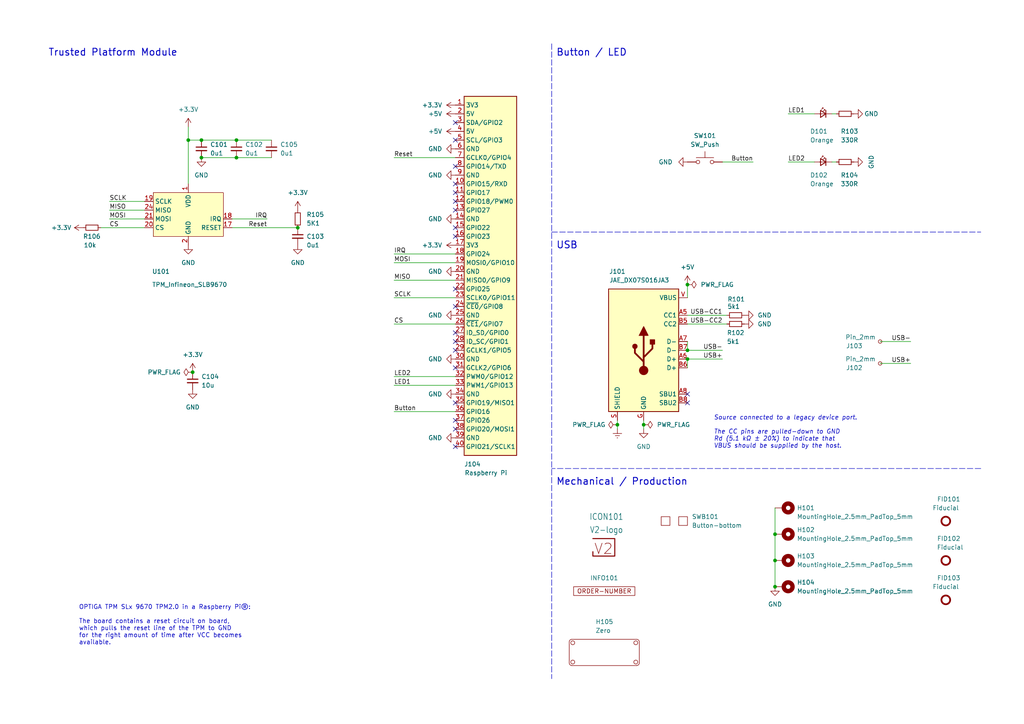
<source format=kicad_sch>
(kicad_sch (version 20231120) (generator "eeschema") (generator_version "8.0")
  (paper "A4")
  (title_block (title "Raspberry Pi Zero") (date "2023-12-25") (rev "2") (company "WebThing") (comment 1 "Trusted Platform Module"))
  (lib_symbols
    (symbol "Device:C_Small" (pin_numbers hide) (pin_names (offset 0.254) hide)
      (property "Reference" "C" (at 0.254 1.778 0))
      (property "Value" "C_Small" (at 0.254 -2.032 0))
      (symbol "C_Small_0_1"
        (polyline (pts (xy -1.524 -0.508) (xy 1.524 -0.508)) (stroke (width 0.3302)))
        (polyline (pts (xy -1.524 0.508) (xy 1.524 0.508)) (stroke (width 0.3048)))
      )
      (symbol "C_Small_1_1"
        (pin passive line (at 0 2.54 270) (length 2.032) (name "~") (number "1"))
        (pin passive line (at 0 -2.54 90) (length 2.032) (name "~") (number "2"))
      )
    )
    (symbol "Device:LED_Small" (pin_numbers hide) (pin_names (offset 0.254) hide)
      (property "Reference" "D" (at -1.27 3.175 0))
      (property "Value" "LED_Small" (at -4.445 -2.54 0))
      (symbol "LED_Small_0_1"
        (polyline (pts (xy -0.762 -1.016) (xy -0.762 1.016)) (stroke (width 0.254)))
        (polyline (pts (xy 1.016 0) (xy -0.762 0)))
        (polyline (pts (xy 0.762 -1.016) (xy -0.762 0) (xy 0.762 1.016) (xy 0.762 -1.016)) (stroke (width 0.254)))
        (polyline (pts (xy 0 0.762) (xy -0.508 1.27) (xy -0.254 1.27) (xy -0.508 1.27) (xy -0.508 1.016)))
        (polyline (pts (xy 0.508 1.27) (xy 0 1.778) (xy 0.254 1.778) (xy 0 1.778) (xy 0 1.524)))
      )
      (symbol "LED_Small_1_1"
        (pin passive line (at -2.54 0 0) (length 1.778) (name "K") (number "1"))
        (pin passive line (at 2.54 0 180) (length 1.778) (name "A") (number "2"))
      )
    )
    (symbol "Device:R_Small" (pin_numbers hide) (pin_names (offset 0.254) hide)
      (property "Reference" "R" (at 0.762 0.508 0))
      (property "Value" "R_Small" (at 0.762 -1.016 0))
      (symbol "R_Small_0_1"
        (rectangle (start -0.762 1.778) (end 0.762 -1.778) (stroke (width 0.2032)))
      )
      (symbol "R_Small_1_1"
        (pin passive line (at 0 2.54 270) (length 0.762) (name "~") (number "1"))
        (pin passive line (at 0 -2.54 90) (length 0.762) (name "~") (number "2"))
      )
    )
    (symbol "Switch:SW_Push" (pin_numbers hide) (pin_names (offset 1.016) hide)
      (property "Reference" "SW" (at 1.27 2.54 0))
      (property "Value" "SW_Push" (at 0 -1.524 0))
      (symbol "SW_Push_0_1"
        (circle (center -2.032 0) (radius 0.508))
        (polyline (pts (xy 0 1.27) (xy 0 3.048)))
        (polyline (pts (xy 2.54 1.27) (xy -2.54 1.27)))
        (circle (center 2.032 0) (radius 0.508))
        (pin passive line (at -5.08 0 0) (length 2.54) (name "1") (number "1"))
        (pin passive line (at 5.08 0 180) (length 2.54) (name "2") (number "2"))
      )
    )
    (symbol "V2_Artwork:V2-logo" (in_bom no)
      (property "Reference" "ICON" (at -3.302 3.81 0))
      (symbol "V2-logo_1_0"
        (polyline (pts (xy -3.302 2.54) (xy 3.048 2.54) (xy 3.048 -2.54) (xy -3.302 -2.54) (xy -3.302 -1.27)) (stroke (width 0.3)))
        (text "V2" (at -0.2055 -0.4053 0) (effects (font (size 3 3))))
      )
    )
    (symbol "V2_Connector_PogoPin:Pin_2mm" (pin_numbers hide) (pin_names (offset 0.762) hide)
      (property "Reference" "J" (at 0 3.81 0))
      (property "Value" "Pin_2mm" (at 0 2.032 0))
      (symbol "Pin_2mm_0_1"
        (circle (center 0 0) (radius 0.508))
      )
      (symbol "Pin_2mm_1_1"
        (pin passive line (at 0 0 90) (length 0) (name "1") (number "1"))
      )
    )
    (symbol "V2_Connector_USB:JAE_DX07S016JA3"
      (property "Reference" "J" (at -10.16 22.86 0))
      (property "Value" "USB-C_2.0" (at -10.16 20.5 0))
      (symbol "JAE_DX07S016JA3_0_1"
        (rectangle (start -10.16 17.78) (end 10.16 -17.78) (stroke (width 0.254)) (fill (type background)))
        (circle (center -2.54 1.143) (radius 0.635) (stroke (width 0.254)) (fill (type outline)))
        (circle (center 0 -5.842) (radius 1.27) (fill (type outline)))
        (polyline (pts (xy 0 -5.842) (xy 0 4.318)) (stroke (width 0.508)))
        (polyline (pts (xy 0 -3.302) (xy -2.54 -0.762) (xy -2.54 0.508)) (stroke (width 0.508)))
        (polyline (pts (xy 0 -2.032) (xy 2.54 0.508) (xy 2.54 1.778)) (stroke (width 0.508)))
        (polyline (pts (xy -1.27 4.318) (xy 0 6.858) (xy 1.27 4.318) (xy -1.27 4.318)) (stroke (width 0.254)) (fill (type outline)))
        (rectangle (start 1.905 1.778) (end 3.175 3.048) (stroke (width 0.254)) (fill (type outline)))
      )
      (symbol "JAE_DX07S016JA3_1_1"
        (pin bidirectional line (at 12.7 10.16 180) (length 2.54) (name "CC1") (number "A5"))
        (pin bidirectional line (at 12.7 -2.54 180) (length 2.54) (name "D+") (number "A6"))
        (pin bidirectional line (at 12.7 2.54 180) (length 2.54) (name "D-") (number "A7"))
        (pin bidirectional line (at 12.7 -12.7 180) (length 2.54) (name "SBU1") (number "A8"))
        (pin bidirectional line (at 12.7 7.62 180) (length 2.54) (name "CC2") (number "B5"))
        (pin bidirectional line (at 12.7 -5.08 180) (length 2.54) (name "D+") (number "B6"))
        (pin bidirectional line (at 12.7 0 180) (length 2.54) (name "D-") (number "B7"))
        (pin bidirectional line (at 12.7 -15.24 180) (length 2.54) (name "SBU2") (number "B8"))
        (pin passive line (at 0 -20.32 90) (length 2.54) (name "GND") (number "G"))
        (pin passive line (at -7.62 -20.32 90) (length 2.54) (name "SHIELD") (number "S"))
        (pin passive line (at 12.7 15.24 180) (length 2.54) (name "VBUS") (number "V"))
      )
    )
    (symbol "V2_Mechanical:Fiducial_Paste" (in_bom no)
      (property "Reference" "FID" (at 0 5.08 0))
      (property "Value" "Fiducial_Paste" (at 0 3.175 0))
      (symbol "Fiducial_Paste_0_1"
        (circle (center 0 0) (radius 1.27) (stroke (width 0.508)))
      )
    )
    (symbol "V2_Mechanical:MountingHole_2.5mm_PadTop_5mm" (pin_numbers hide) (pin_names (offset 1.016) hide) (in_bom no)
      (property "Reference" "H" (at 0 6.35 0))
      (property "Value" "MountingHole_2.5mm_PadTop_5mm" (at 0 4.445 0))
      (symbol "MountingHole_2.5mm_PadTop_5mm_0_1"
        (circle (center 0 1.27) (radius 1.27) (stroke (width 1.27)))
      )
      (symbol "MountingHole_2.5mm_PadTop_5mm_1_1"
        (pin input line (at 0 -2.54 90) (length 2.54) (name "1") (number "1"))
      )
    )
    (symbol "V2_PCB_Devices:Button-bottom" (in_bom no)
      (property "Reference" "SWB1" (at -2.54 3.81 0))
      (property "Value" "Button-bottom" (at -6.35 -3.81 0))
      (symbol "Button-bottom_0_1"
        (rectangle (start -3.81 1.27) (end -1.27 -1.27))
        (rectangle (start 1.27 1.27) (end 3.81 -1.27))
      )
    )
    (symbol "V2_Production:Order_Number" (in_bom no)
      (property "Reference" "INFO" (at 0 2.54 0))
      (symbol "Order_Number_0_0"
        (text "ORDER-NUMBER" (at 0 0 0) (effects (font (size 1.27 1.27))))
      )
      (symbol "Order_Number_0_1"
        (rectangle (start -8.89 1.27) (end 8.89 -1.27))
      )
    )
    (symbol "V2_RaspberryPi:Connector_PogoPins"
      (property "Reference" "J" (at -6.35 -55.88 0))
      (symbol "Connector_PogoPins_1_1"
        (rectangle (start -7.62 50.8) (end 7.62 -53.34) (stroke (width 0.254)) (fill (type background)))
        (pin power_in line (at -10.16 48.26 0) (length 2.54) (name "3V3") (number "1"))
        (pin bidirectional line (at -10.16 25.4 0) (length 2.54) (name "GPIO15/RXD") (number "10"))
        (pin bidirectional line (at -10.16 22.86 0) (length 2.54) (name "GPIO17") (number "11"))
        (pin bidirectional line (at -10.16 20.32 0) (length 2.54) (name "GPIO18/PWM0") (number "12"))
        (pin bidirectional line (at -10.16 17.78 0) (length 2.54) (name "GPIO27") (number "13"))
        (pin power_in line (at -10.16 15.24 0) (length 2.54) (name "GND") (number "14"))
        (pin bidirectional line (at -10.16 12.7 0) (length 2.54) (name "GPIO22") (number "15"))
        (pin bidirectional line (at -10.16 10.16 0) (length 2.54) (name "GPIO23") (number "16"))
        (pin power_in line (at -10.16 7.62 0) (length 2.54) (name "3V3") (number "17"))
        (pin bidirectional line (at -10.16 5.08 0) (length 2.54) (name "GPIO24") (number "18"))
        (pin bidirectional line (at -10.16 2.54 0) (length 2.54) (name "MOSI0/GPIO10") (number "19"))
        (pin power_in line (at -10.16 45.72 0) (length 2.54) (name "5V") (number "2"))
        (pin power_in line (at -10.16 0 0) (length 2.54) (name "GND") (number "20"))
        (pin bidirectional line (at -10.16 -2.54 0) (length 2.54) (name "MISO0/GPIO9") (number "21"))
        (pin bidirectional line (at -10.16 -5.08 0) (length 2.54) (name "GPIO25") (number "22"))
        (pin bidirectional line (at -10.16 -7.62 0) (length 2.54) (name "SCLK0/GPIO11") (number "23"))
        (pin bidirectional line (at -10.16 -10.16 0) (length 2.54) (name "~{CE0}/GPIO8") (number "24"))
        (pin power_in line (at -10.16 -12.7 0) (length 2.54) (name "GND") (number "25"))
        (pin bidirectional line (at -10.16 -15.24 0) (length 2.54) (name "~{CE1}/GPIO7") (number "26"))
        (pin bidirectional line (at -10.16 -17.78 0) (length 2.54) (name "ID_SD/GPIO0") (number "27"))
        (pin bidirectional line (at -10.16 -20.32 0) (length 2.54) (name "ID_SC/GPIO1") (number "28"))
        (pin bidirectional line (at -10.16 -22.86 0) (length 2.54) (name "GCLK1/GPIO5") (number "29"))
        (pin bidirectional line (at -10.16 43.18 0) (length 2.54) (name "SDA/GPIO2") (number "3"))
        (pin power_in line (at -10.16 -25.4 0) (length 2.54) (name "GND") (number "30"))
        (pin bidirectional line (at -10.16 -27.94 0) (length 2.54) (name "GCLK2/GPIO6") (number "31"))
        (pin bidirectional line (at -10.16 -30.48 0) (length 2.54) (name "PWM0/GPIO12") (number "32"))
        (pin bidirectional line (at -10.16 -33.02 0) (length 2.54) (name "PWM1/GPIO13") (number "33"))
        (pin power_in line (at -10.16 -35.56 0) (length 2.54) (name "GND") (number "34"))
        (pin bidirectional line (at -10.16 -38.1 0) (length 2.54) (name "GPIO19/MISO1") (number "35"))
        (pin bidirectional line (at -10.16 -40.64 0) (length 2.54) (name "GPIO16") (number "36"))
        (pin bidirectional line (at -10.16 -43.18 0) (length 2.54) (name "GPIO26") (number "37"))
        (pin bidirectional line (at -10.16 -45.72 0) (length 2.54) (name "GPIO20/MOSI1") (number "38"))
        (pin power_in line (at -10.16 -48.26 0) (length 2.54) (name "GND") (number "39"))
        (pin power_in line (at -10.16 40.64 0) (length 2.54) (name "5V") (number "4"))
        (pin bidirectional line (at -10.16 -50.8 0) (length 2.54) (name "GPIO21/SCLK1") (number "40"))
        (pin bidirectional line (at -10.16 38.1 0) (length 2.54) (name "SCL/GPIO3") (number "5"))
        (pin power_in line (at -10.16 35.56 0) (length 2.54) (name "GND") (number "6"))
        (pin bidirectional line (at -10.16 33.02 0) (length 2.54) (name "GCLK0/GPIO4") (number "7"))
        (pin bidirectional line (at -10.16 30.48 0) (length 2.54) (name "GPIO14/TXD") (number "8"))
        (pin power_in line (at -10.16 27.94 0) (length 2.54) (name "GND") (number "9"))
      )
    )
    (symbol "V2_RaspberryPi:Zero" (in_bom no)
      (property "Reference" "H" (at -9.906 6.3501 0))
      (property "Value" "Zero" (at -10.16 -4.5719 0))
      (symbol "Zero_0_1"
        (arc (start -10.16 -1.778) (mid -9.9368 -2.3168) (end -9.398 -2.54))
        (arc (start -9.398 5.08) (mid -9.9368 4.8568) (end -10.16 4.318))
        (circle (center -9.144 -1.524) (radius 0.568))
        (circle (center -9.144 4.064) (radius 0.568))
        (polyline (pts (xy -10.16 4.318) (xy -10.16 -1.778)))
        (polyline (pts (xy -9.398 -2.54) (xy 9.398 -2.54)))
        (polyline (pts (xy -9.398 5.08) (xy 9.398 5.08)))
        (polyline (pts (xy 10.16 4.318) (xy 10.16 -1.778)))
        (circle (center 9.144 -1.524) (radius 0.568))
        (circle (center 9.144 4.064) (radius 0.568))
        (arc (start 9.398 -2.54) (mid 9.9323 -2.3123) (end 10.16 -1.778))
        (arc (start 10.16 4.318) (mid 9.9359 4.8559) (end 9.398 5.08))
      )
    )
    (symbol "V2_Security:TPM_Infineon_SLB9670"
      (property "Reference" "U" (at 3.7592 -9.1948 0))
      (property "Value" "TPM_Infineon_SLB9670" (at 13.8684 -11.2268 0))
      (symbol "TPM_Infineon_SLB9670_0_1"
        (rectangle (start -10.16 5.08) (end 10.16 -7.62) (fill (type background)))
      )
      (symbol "TPM_Infineon_SLB9670_1_1"
        (pin power_in line (at 0 7.62 270) (length 2.54) (name "VDD") (number "1"))
        (pin no_connect line (at 0 -48.26 180) (length 2.54) hide (name "") (number "10"))
        (pin no_connect line (at 0 -50.8 180) (length 2.54) hide (name "") (number "11"))
        (pin no_connect line (at 0 -53.34 180) (length 2.54) hide (name "") (number "12"))
        (pin no_connect line (at 0 -55.88 180) (length 2.54) hide (name "") (number "13"))
        (pin passive line (at 0 7.62 270) (length 2.54) hide (name "VDD") (number "14"))
        (pin no_connect line (at 0 -58.42 180) (length 2.54) hide (name "") (number "15"))
        (pin passive line (at 0 -10.16 90) (length 2.54) hide (name "GND") (number "16"))
        (pin bidirectional line (at 12.7 -5.08 180) (length 2.54) (name "RESET") (number "17"))
        (pin bidirectional line (at 12.7 -2.54 180) (length 2.54) (name "IRQ") (number "18"))
        (pin bidirectional line (at -12.7 2.54 0) (length 2.54) (name "SCLK") (number "19"))
        (pin power_in line (at 0 -10.16 90) (length 2.54) (name "GND") (number "2"))
        (pin bidirectional line (at -12.7 -5.08 0) (length 2.54) (name "CS") (number "20"))
        (pin bidirectional line (at -12.7 -2.54 0) (length 2.54) (name "MOSI") (number "21"))
        (pin passive line (at 0 7.62 270) (length 2.54) hide (name "VDD") (number "22"))
        (pin passive line (at 0 -10.16 90) (length 2.54) hide (name "GND") (number "23"))
        (pin bidirectional line (at -12.7 0 0) (length 2.54) (name "MISO") (number "24"))
        (pin no_connect line (at 0 -60.96 180) (length 2.54) hide (name "") (number "25"))
        (pin no_connect line (at 0 -63.5 180) (length 2.54) hide (name "") (number "26"))
        (pin no_connect line (at 0 -66.04 180) (length 2.54) hide (name "") (number "27"))
        (pin no_connect line (at 0 -68.58 180) (length 2.54) hide (name "") (number "28"))
        (pin no_connect line (at 0 -71.12 180) (length 2.54) hide (name "") (number "29"))
        (pin no_connect line (at 0 -35.56 180) (length 2.54) hide (name "") (number "3"))
        (pin no_connect line (at 0 -73.66 180) (length 2.54) hide (name "") (number "30"))
        (pin no_connect line (at 0 -76.2 180) (length 2.54) hide (name "") (number "31"))
        (pin passive line (at 0 -10.16 90) (length 2.54) hide (name "GND") (number "32"))
        (pin passive line (at 0 -10.16 90) (length 2.54) hide (name "GND") (number "33"))
        (pin no_connect line (at 0 -38.1 180) (length 2.54) hide (name "") (number "4"))
        (pin no_connect line (at 0 -40.64 180) (length 2.54) hide (name "") (number "5"))
        (pin no_connect line (at 0 -43.18 180) (length 2.54) hide (name "") (number "6"))
        (pin no_connect line (at 0 -45.72 180) (length 2.54) hide (name "") (number "7"))
        (pin passive line (at 0 7.62 270) (length 2.54) hide (name "VDD") (number "8"))
        (pin passive line (at 0 -10.16 90) (length 2.54) hide (name "GND") (number "9"))
      )
    )
    (symbol "power:+3.3V" (power) (pin_names (offset 0))
      (property "Value" "+3.3V" (at 0 3.556 0))
      (symbol "+3.3V_0_1"
        (polyline (pts (xy -0.762 1.27) (xy 0 2.54)))
        (polyline (pts (xy 0 0) (xy 0 2.54)))
        (polyline (pts (xy 0 2.54) (xy 0.762 1.27)))
      )
      (symbol "+3.3V_1_1"
        (pin power_in line (at 0 0 90) (length 0) hide (name "+3.3V") (number "1"))
      )
    )
    (symbol "power:+5V" (power) (pin_names (offset 0))
      (property "Value" "+5V" (at 0 3.556 0))
      (symbol "+5V_0_1"
        (polyline (pts (xy -0.762 1.27) (xy 0 2.54)))
        (polyline (pts (xy 0 0) (xy 0 2.54)))
        (polyline (pts (xy 0 2.54) (xy 0.762 1.27)))
      )
      (symbol "+5V_1_1"
        (pin power_in line (at 0 0 90) (length 0) hide (name "+5V") (number "1"))
      )
    )
    (symbol "power:Earth" (power) (pin_names (offset 0))
      (symbol "Earth_0_1"
        (polyline (pts (xy -0.635 -1.905) (xy 0.635 -1.905)))
        (polyline (pts (xy -0.127 -2.54) (xy 0.127 -2.54)))
        (polyline (pts (xy 0 -1.27) (xy 0 0)))
        (polyline (pts (xy 1.27 -1.27) (xy -1.27 -1.27)))
      )
      (symbol "Earth_1_1"
        (pin power_in line (at 0 0 270) (length 0) hide (name "Earth") (number "1"))
      )
    )
    (symbol "power:GND" (power) (pin_names (offset 0))
      (property "Value" "GND" (at 0 -3.81 0))
      (symbol "GND_0_1"
        (polyline (pts (xy 0 0) (xy 0 -1.27) (xy 1.27 -1.27) (xy 0 -2.54) (xy -1.27 -1.27) (xy 0 -1.27)))
      )
      (symbol "GND_1_1"
        (pin power_in line (at 0 0 270) (length 0) hide (name "GND") (number "1"))
      )
    )
    (symbol "power:PWR_FLAG" (power) (pin_numbers hide) (pin_names (offset 0) hide)
      (property "Value" "PWR_FLAG" (at 0 3.81 0))
      (symbol "PWR_FLAG_0_0"
        (pin power_out line (at 0 0 90) (length 0) (name "pwr") (number "1"))
      )
      (symbol "PWR_FLAG_0_1"
        (polyline (pts (xy 0 0) (xy 0 1.27) (xy -1.016 1.905) (xy 0 2.54) (xy 1.016 1.905) (xy 0 1.27)))
      )
    )
  )
  (junction (at 179.07 123.19))
  (junction (at 199.39 104.14))
  (junction (at 68.58 40.64))
  (junction (at 186.69 123.19))
  (junction (at 224.79 170.18))
  (junction (at 54.61 40.64))
  (junction (at 199.39 82.55))
  (junction (at 224.79 162.56))
  (junction (at 58.42 40.64))
  (junction (at 86.36 66.04))
  (junction (at 55.88 107.95))
  (junction (at 68.58 45.72))
  (junction (at 199.39 101.6))
  (junction (at 58.42 45.72))
  (junction (at 224.79 154.94))
  (no_connect (at 132.08 106.68))
  (no_connect (at 199.39 116.84))
  (no_connect (at 132.08 66.04))
  (no_connect (at 132.08 48.26))
  (no_connect (at 132.08 99.06))
  (no_connect (at 132.08 58.42))
  (no_connect (at 132.08 40.64))
  (no_connect (at 132.08 129.54))
  (no_connect (at 132.08 96.52))
  (no_connect (at 132.08 124.46))
  (no_connect (at 132.08 88.9))
  (no_connect (at 132.08 121.92))
  (no_connect (at 132.08 68.58))
  (no_connect (at 132.08 55.88))
  (no_connect (at 199.39 114.3))
  (no_connect (at 132.08 35.56))
  (no_connect (at 132.08 83.82))
  (no_connect (at 132.08 60.96))
  (no_connect (at 132.08 101.6))
  (no_connect (at 132.08 116.84))
  (no_connect (at 132.08 53.34))
  (wire (pts (xy 209.55 46.99) (xy 218.44 46.99)))
  (wire (pts (xy 199.39 101.6) (xy 209.55 101.6)))
  (wire (pts (xy 67.31 66.04) (xy 86.36 66.04)))
  (wire (pts (xy 114.3 86.36) (xy 132.08 86.36)))
  (wire (pts (xy 255.27 105.41) (xy 264.16 105.41)))
  (wire (pts (xy 54.61 40.64) (xy 54.61 53.34)))
  (wire (pts (xy 224.79 162.56) (xy 224.79 170.18)))
  (wire (pts (xy 114.3 76.2) (xy 132.08 76.2)))
  (wire (pts (xy 179.07 124.46) (xy 179.07 123.19)))
  (wire (pts (xy 114.3 81.28) (xy 132.08 81.28)))
  (wire (pts (xy 54.61 36.83) (xy 54.61 40.64)))
  (wire (pts (xy 199.39 99.06) (xy 199.39 101.6)))
  (wire (pts (xy 68.58 45.72) (xy 78.74 45.72)))
  (polyline (pts (xy 284.48 135.89) (xy 160.02 135.89)) (stroke (width 0) (type dash)))
  (wire (pts (xy 132.08 45.72) (xy 114.3 45.72)))
  (wire (pts (xy 255.27 99.06) (xy 264.16 99.06)))
  (polyline (pts (xy 160.02 67.31) (xy 284.48 67.31)) (stroke (width 0) (type dash)))
  (polyline (pts (xy 160.02 12.7) (xy 160.02 196.85)) (stroke (width 0) (type dash)))
  (wire (pts (xy 67.31 63.5) (xy 77.47 63.5)))
  (wire (pts (xy 114.3 111.76) (xy 132.08 111.76)))
  (wire (pts (xy 241.3 33.02) (xy 242.57 33.02)))
  (wire (pts (xy 114.3 93.98) (xy 132.08 93.98)))
  (wire (pts (xy 54.61 40.64) (xy 58.42 40.64)))
  (wire (pts (xy 199.39 82.55) (xy 199.39 86.36)))
  (wire (pts (xy 228.6 46.99) (xy 236.22 46.99)))
  (wire (pts (xy 29.21 66.04) (xy 41.91 66.04)))
  (wire (pts (xy 31.75 63.5) (xy 41.91 63.5)))
  (wire (pts (xy 68.58 40.64) (xy 78.74 40.64)))
  (wire (pts (xy 186.69 124.46) (xy 186.69 123.19)))
  (wire (pts (xy 58.42 45.72) (xy 68.58 45.72)))
  (wire (pts (xy 132.08 119.38) (xy 114.3 119.38)))
  (wire (pts (xy 186.69 123.19) (xy 186.69 121.92)))
  (wire (pts (xy 224.79 147.32) (xy 224.79 154.94)))
  (wire (pts (xy 199.39 91.44) (xy 210.82 91.44)))
  (wire (pts (xy 236.22 33.02) (xy 228.6 33.02)))
  (wire (pts (xy 199.39 104.14) (xy 209.55 104.14)))
  (wire (pts (xy 241.3 46.99) (xy 242.57 46.99)))
  (wire (pts (xy 58.42 40.64) (xy 68.58 40.64)))
  (wire (pts (xy 31.75 60.96) (xy 41.91 60.96)))
  (wire (pts (xy 114.3 73.66) (xy 132.08 73.66)))
  (wire (pts (xy 114.3 109.22) (xy 132.08 109.22)))
  (wire (pts (xy 179.07 123.19) (xy 179.07 121.92)))
  (wire (pts (xy 199.39 93.98) (xy 210.82 93.98)))
  (wire (pts (xy 199.39 104.14) (xy 199.39 106.68)))
  (wire (pts (xy 31.75 58.42) (xy 41.91 58.42)))
  (wire (pts (xy 224.79 154.94) (xy 224.79 162.56)))
  (text "Button / LED" (at 161.29 16.51 0) (effects (font (size 2 2) (thickness 0.254) (bold yes)) (justify left bottom)))
  (text "Trusted Platform Module" (at 13.97 16.51 0) (effects (font (size 2 2) (thickness 0.254) (bold yes)) (justify left bottom)))
  (text "﻿Source connected to a legacy device port.\n\nThe CC pins are pulled-down to GND\nRd (5.1 kΩ ± 20%) to indicate that\nVBUS should be supplied by the host. " (at 207.01 130.175 0) (effects (font (size 1.27 1.27) (italic yes)) (justify left bottom)))
  (text "Mechanical / Production" (at 161.29 140.97 0) (effects (font (size 2 2) (thickness 0.254) (bold yes)) (justify left bottom)))
  (text "OPTIGA TPM SLx 9670 TPM2.0 in a Raspberry Pi®:\n\nThe board contains a reset circuit on board,\nwhich pulls the reset line of the TPM to GND\nfor the right amount of time after VCC becomes\navailable.\n\n" (at 22.86 189.23 0) (effects (font (size 1.27 1.27)) (justify left bottom)))
  (text "USB" (at 161.29 72.39 0) (effects (font (size 2 2) (thickness 0.254) (bold yes)) (justify left bottom)))
  (label "USB-" (at 209.55 101.6 180))
  (label "LED1" (at 114.3 111.76 0))
  (label "SCLK" (at 114.3 86.36 0))
  (label "Reset" (at 77.47 66.04 180))
  (label "IRQ" (at 77.47 63.5 180))
  (label "Button" (at 114.3 119.38 0))
  (label "USB+" (at 209.55 104.14 180))
  (label "MISO" (at 114.3 81.28 0))
  (label "Button" (at 218.44 46.99 180))
  (label "LED2" (at 228.6 46.99 0))
  (label "Reset" (at 114.3 45.72 0))
  (label "USB+" (at 264.16 105.41 180))
  (label "LED2" (at 114.3 109.22 0))
  (label "MOSI" (at 114.3 76.2 0))
  (label "USB-CC1" (at 209.55 91.44 180))
  (label "CS" (at 114.3 93.98 0))
  (label "MISO" (at 31.75 60.96 0))
  (label "LED1" (at 228.6 33.02 0))
  (label "IRQ" (at 114.3 73.66 0))
  (label "CS" (at 31.75 66.04 0))
  (label "USB-CC2" (at 209.55 93.98 180))
  (label "SCLK" (at 31.75 58.42 0))
  (label "USB-" (at 264.16 99.06 180))
  (label "MOSI" (at 31.75 63.5 0))
  (symbol (lib_id "V2_Mechanical:Fiducial_Paste") (at 274.32 162.56 0) (unit 1) (exclude_from_sim yes) (in_bom no)
    (property "Reference" "FID102" (at 271.78 156.21 0) (effects (justify left)))
    (property "Value" "Fiducial" (at 275.59 158.75 0))
    (property "Footprint" "V2_Fiducial:Fiducial_0.5mm_Mask1mm_Paste" (effects (hide yes)))
  )
  (symbol (lib_id "power:GND") (at 132.08 50.8 270) (unit 1)
    (property "Reference" "#PWR0127" (effects (hide yes)))
    (property "Value" "GND" (at 128.27 50.8 90) (effects (justify right)))
  )
  (symbol (lib_id "power:+3.3V") (at 132.08 30.48 90) (unit 1)
    (property "Reference" "#PWR0114" (effects (hide yes)))
    (property "Value" "+3.3V" (at 128.27 30.48 90) (effects (justify left)))
  )
  (symbol (lib_id "power:+5V") (at 132.08 33.02 90) (unit 1)
    (property "Reference" "#PWR0118" (effects (hide yes)))
    (property "Value" "+5V" (at 128.27 33.02 90) (effects (justify left)))
  )
  (symbol (lib_id "V2_Connector_PogoPin:Pin_2mm") (at 255.27 99.06 180) (unit 1) (exclude_from_sim yes)
    (property "Reference" "J103" (at 250.19 100.33 0) (effects (justify left)))
    (property "Value" "Pin_2mm" (at 254 97.79 0) (effects (justify left)))
    (property "Footprint" "V2_Connector_PogoPin:Pin_2mm" (effects (hide yes)))
  )
  (symbol (lib_id "power:GND") (at 247.65 33.02 90) (unit 1)
    (property "Reference" "#PWR0109" (effects (hide yes)))
    (property "Value" "GND" (at 252.73 33.02 90))
  )
  (symbol (lib_id "power:+3.3V") (at 55.88 107.95 0) (unit 1)
    (property "Reference" "#PWR0103" (effects (hide yes)))
    (property "Value" "+3.3V" (at 55.88 102.87 0))
  )
  (symbol (lib_id "V2_Mechanical:MountingHole_2.5mm_PadTop_5mm") (at 227.33 154.94 270) (unit 1) (exclude_from_sim yes) (in_bom no)
    (property "Reference" "H102" (at 231.14 153.67 90) (effects (justify left)))
    (property "Value" "MountingHole_2.5mm_PadTop_5mm" (at 231.14 156.21 90) (effects (justify left)))
    (property "Footprint" "V2_Mechanical:MountingHole_2.5mm_PadTop_5mm" (effects (hide yes)))
  )
  (symbol (lib_id "Device:LED_Small") (at 238.76 46.99 0) (mirror y) (unit 1)
    (property "Reference" "D102" (at 234.95 50.8 0) (effects (justify right)))
    (property "Value" "Orange" (at 234.95 53.34 0) (effects (justify right)))
    (property "Footprint" "LED_SMD:LED_0603_1608Metric" (effects (hide yes)))
  )
  (symbol (lib_id "power:GND") (at 132.08 114.3 270) (unit 1)
    (property "Reference" "#PWR0125" (effects (hide yes)))
    (property "Value" "GND" (at 128.27 114.3 90) (effects (justify right)))
  )
  (symbol (lib_id "Device:R_Small") (at 86.36 63.5 180) (unit 1)
    (property "Reference" "R105" (at 88.9 62.2301 0) (effects (justify right)))
    (property "Value" "5K1" (at 88.9 64.7701 0) (effects (justify right)))
    (property "Footprint" "Resistor_SMD:R_0603_1608Metric" (effects (hide yes)))
  )
  (symbol (lib_id "power:PWR_FLAG") (at 186.69 123.19 270) (unit 1)
    (property "Reference" "#FLG0103" (effects (hide yes)))
    (property "Value" "PWR_FLAG" (at 190.5 123.1899 90) (effects (justify left)))
  )
  (symbol (lib_id "power:+5V") (at 132.08 38.1 90) (unit 1)
    (property "Reference" "#PWR0119" (effects (hide yes)))
    (property "Value" "+5V" (at 128.27 38.1 90) (effects (justify left)))
  )
  (symbol (lib_id "Switch:SW_Push") (at 204.47 46.99 0) (unit 1)
    (property "Reference" "SW101" (at 204.47 39.37 0))
    (property "Value" "SW_Push" (at 204.47 41.91 0))
    (property "Footprint" "V2_Button_Switch_SMD:SKSG" (effects (hide yes)))
  )
  (symbol (lib_id "V2_RaspberryPi:Zero") (at 175.26 190.5 0) (unit 1) (exclude_from_sim yes) (in_bom no)
    (property "Reference" "H105" (at 172.72 180.34 0) (effects (justify left)))
    (property "Value" "Zero" (at 172.72 182.88 0) (effects (justify left)))
    (property "Footprint" "V2_RaspberryPi:Zero" (effects (hide yes)))
  )
  (symbol (lib_id "Device:R_Small") (at 245.11 33.02 90) (unit 1)
    (property "Reference" "R103" (at 243.84 38.1 90) (effects (justify right)))
    (property "Value" "330R" (at 243.84 40.64 90) (effects (justify right)))
    (property "Footprint" "Resistor_SMD:R_0603_1608Metric" (effects (hide yes)))
  )
  (symbol (lib_id "power:+3.3V") (at 54.61 36.83 0) (unit 1)
    (property "Reference" "#PWR0113" (effects (hide yes)))
    (property "Value" "+3.3V" (at 54.61 31.75 0))
  )
  (symbol (lib_id "Device:LED_Small") (at 238.76 33.02 0) (mirror y) (unit 1)
    (property "Reference" "D101" (at 234.95 38.1 0) (effects (justify right)))
    (property "Value" "Orange" (at 234.95 40.64 0) (effects (justify right)))
    (property "Footprint" "LED_SMD:LED_0603_1608Metric" (effects (hide yes)))
  )
  (symbol (lib_id "power:PWR_FLAG") (at 55.88 107.95 90) (unit 1)
    (property "Reference" "#FLG0104" (effects (hide yes)))
    (property "Value" "PWR_FLAG" (at 47.625 107.95 90))
  )
  (symbol (lib_id "Device:R_Small") (at 213.36 93.98 90) (unit 1)
    (property "Reference" "R102" (at 210.8199 96.52 90) (effects (justify right)))
    (property "Value" "5k1" (at 210.8199 99.06 90) (effects (justify right)))
    (property "Footprint" "Resistor_SMD:R_0603_1608Metric" (effects (hide yes)))
  )
  (symbol (lib_id "V2_Mechanical:Fiducial_Paste") (at 274.32 173.99 0) (unit 1) (exclude_from_sim yes) (in_bom no)
    (property "Reference" "FID103" (at 271.78 167.64 0) (effects (justify left)))
    (property "Value" "Fiducial" (at 274.32 170.18 0))
    (property "Footprint" "V2_Fiducial:Fiducial_0.5mm_Mask1mm_Paste" (effects (hide yes)))
  )
  (symbol (lib_id "power:GND") (at 247.65 46.99 90) (unit 1)
    (property "Reference" "#PWR0111" (effects (hide yes)))
    (property "Value" "GND" (at 252.73 46.99 0))
  )
  (symbol (lib_id "power:Earth") (at 179.07 124.46 0) (unit 1)
    (property "Reference" "#PWR0106" (effects (hide yes)))
    (property "Value" "Earth" (effects (hide yes)))
  )
  (symbol (lib_id "power:+5V") (at 199.39 82.55 0) (unit 1)
    (property "Reference" "#PWR0101" (effects (hide yes)))
    (property "Value" "+5V" (at 199.39 77.47 0))
  )
  (symbol (lib_id "V2_Connector_PogoPin:Pin_2mm") (at 255.27 105.41 180) (unit 1) (exclude_from_sim yes)
    (property "Reference" "J102" (at 250.19 106.68 0) (effects (justify left)))
    (property "Value" "Pin_2mm" (at 254 104.14 0) (effects (justify left)))
    (property "Footprint" "V2_Connector_PogoPin:Pin_2mm" (effects (hide yes)))
  )
  (symbol (lib_id "power:+3.3V") (at 86.36 60.96 0) (unit 1)
    (property "Reference" "#PWR0116" (effects (hide yes)))
    (property "Value" "+3.3V" (at 86.36 55.88 0))
  )
  (symbol (lib_id "power:GND") (at 58.42 45.72 0) (unit 1)
    (property "Reference" "#PWR0117" (effects (hide yes)))
    (property "Value" "GND" (at 58.42 50.8 0))
  )
  (symbol (lib_id "Device:C_Small") (at 58.42 43.18 0) (unit 1)
    (property "Reference" "C101" (at 60.96 41.9162 0) (effects (justify left)))
    (property "Value" "0u1" (at 60.96 44.4562 0) (effects (justify left)))
    (property "Footprint" "Capacitor_SMD:C_0603_1608Metric" (effects (hide yes)))
  )
  (symbol (lib_id "power:GND") (at 132.08 63.5 270) (unit 1)
    (property "Reference" "#PWR0120" (effects (hide yes)))
    (property "Value" "GND" (at 128.27 63.5 90) (effects (justify right)))
  )
  (symbol (lib_id "power:GND") (at 132.08 78.74 270) (unit 1)
    (property "Reference" "#PWR0122" (effects (hide yes)))
    (property "Value" "GND" (at 128.27 78.74 90) (effects (justify right)))
  )
  (symbol (lib_id "V2_Mechanical:Fiducial_Paste") (at 274.32 151.13 0) (unit 1) (exclude_from_sim yes) (in_bom no)
    (property "Reference" "FID101" (at 271.78 144.78 0) (effects (justify left)))
    (property "Value" "Fiducial" (at 274.32 147.32 0))
    (property "Footprint" "V2_Fiducial:Fiducial_0.5mm_Mask1mm_Paste" (effects (hide yes)))
  )
  (symbol (lib_id "V2_Production:Order_Number") (at 175.26 171.45 0) (unit 1) (exclude_from_sim yes) (in_bom no)
    (property "Reference" "INFO101" (at 175.26 167.64 0))
    (property "Value" "ORDER-NUMBER" (effects (hide yes)))
    (property "Footprint" "V2_Production:Order_Number" (effects (hide yes)))
  )
  (symbol (lib_id "power:GND") (at 132.08 127 270) (unit 1)
    (property "Reference" "#PWR0126" (effects (hide yes)))
    (property "Value" "GND" (at 128.27 127 90) (effects (justify right)))
  )
  (symbol (lib_id "V2_Mechanical:MountingHole_2.5mm_PadTop_5mm") (at 227.33 170.18 270) (unit 1) (exclude_from_sim yes) (in_bom no)
    (property "Reference" "H104" (at 231.14 168.91 90) (effects (justify left)))
    (property "Value" "MountingHole_2.5mm_PadTop_5mm" (at 231.14 171.45 90) (effects (justify left)))
    (property "Footprint" "V2_Mechanical:MountingHole_2.5mm_PadTop_5mm" (effects (hide yes)))
  )
  (symbol (lib_id "power:GND") (at 199.39 46.99 270) (unit 1)
    (property "Reference" "#PWR0110" (effects (hide yes)))
    (property "Value" "GND" (at 193.04 46.99 90))
  )
  (symbol (lib_id "Device:C_Small") (at 78.74 43.18 0) (unit 1)
    (property "Reference" "C105" (at 81.28 41.9162 0) (effects (justify left)))
    (property "Value" "0u1" (at 81.28 44.4562 0) (effects (justify left)))
    (property "Footprint" "Capacitor_SMD:C_0603_1608Metric" (effects (hide yes)))
  )
  (symbol (lib_id "power:+3.3V") (at 132.08 71.12 90) (unit 1)
    (property "Reference" "#PWR0121" (effects (hide yes)))
    (property "Value" "+3.3V" (at 128.27 71.12 90) (effects (justify left)))
  )
  (symbol (lib_id "power:+3.3V") (at 24.13 66.04 90) (unit 1)
    (property "Reference" "#PWR0129" (effects (hide yes)))
    (property "Value" "+3.3V" (at 17.78 66.04 90))
  )
  (symbol (lib_id "V2_Connector_USB:JAE_DX07S016JA3") (at 186.69 101.6 0) (unit 1) (exclude_from_sim yes)
    (property "Reference" "J101" (at 179.07 78.74 0))
    (property "Value" "JAE_DX07S016JA3" (at 185.42 81.28 0))
    (property "Footprint" "V2_Connector_USB:JAE_DX07S016JA3" (effects (hide yes)))
    (property "Datasheet" "https://www.usb.org/sites/default/files/documents/usb_type-c.zip" (effects (hide yes)))
  )
  (symbol (lib_id "power:GND") (at 215.9 93.98 90) (unit 1)
    (property "Reference" "#PWR0105" (effects (hide yes)))
    (property "Value" "GND" (at 219.71 93.9799 90) (effects (justify right)))
  )
  (symbol (lib_id "power:GND") (at 224.79 170.18 0) (unit 1)
    (property "Reference" "#PWR0108" (effects (hide yes)))
    (property "Value" "GND" (at 224.79 175.26 0))
  )
  (symbol (lib_id "Device:R_Small") (at 26.67 66.04 270) (unit 1)
    (property "Reference" "R106" (at 29.2101 68.58 90) (effects (justify right)))
    (property "Value" "10k" (at 27.9401 71.12 90) (effects (justify right)))
    (property "Footprint" "Resistor_SMD:R_0603_1608Metric" (effects (hide yes)))
  )
  (symbol (lib_id "power:GND") (at 86.36 71.12 0) (unit 1)
    (property "Reference" "#PWR0128" (effects (hide yes)))
    (property "Value" "GND" (at 86.36 76.2 0))
  )
  (symbol (lib_id "power:GND") (at 55.88 113.03 0) (unit 1)
    (property "Reference" "#PWR0102" (effects (hide yes)))
    (property "Value" "GND" (at 55.88 118.11 0))
  )
  (symbol (lib_id "V2_Mechanical:MountingHole_2.5mm_PadTop_5mm") (at 227.33 147.32 270) (unit 1) (exclude_from_sim yes) (in_bom no)
    (property "Reference" "H101" (at 231.14 147.32 90) (effects (justify left)))
    (property "Value" "MountingHole_2.5mm_PadTop_5mm" (at 231.14 149.86 90) (effects (justify left)))
    (property "Footprint" "V2_Mechanical:MountingHole_2.5mm_PadTop_5mm" (effects (hide yes)))
  )
  (symbol (lib_id "power:PWR_FLAG") (at 199.39 82.55 270) (unit 1)
    (property "Reference" "#FLG0101" (effects (hide yes)))
    (property "Value" "PWR_FLAG" (at 203.2 82.5499 90) (effects (justify left)))
  )
  (symbol (lib_id "power:GND") (at 215.9 91.44 90) (unit 1)
    (property "Reference" "#PWR0104" (effects (hide yes)))
    (property "Value" "GND" (at 219.71 91.4399 90) (effects (justify right)))
  )
  (symbol (lib_id "power:GND") (at 54.61 71.12 0) (unit 1)
    (property "Reference" "#PWR0112" (effects (hide yes)))
    (property "Value" "GND" (at 54.61 76.2 0))
  )
  (symbol (lib_id "Device:C_Small") (at 55.88 110.49 0) (unit 1)
    (property "Reference" "C104" (at 58.42 109.2263 0) (effects (justify left)))
    (property "Value" "10u" (at 58.42 111.7663 0) (effects (justify left)))
    (property "Footprint" "Capacitor_SMD:C_0603_1608Metric" (effects (hide yes)))
  )
  (symbol (lib_id "Device:C_Small") (at 86.36 68.58 0) (unit 1)
    (property "Reference" "C103" (at 88.9 68.5862 0) (effects (justify left)))
    (property "Value" "0u1" (at 88.9 71.1262 0) (effects (justify left)))
    (property "Footprint" "Capacitor_SMD:C_0603_1608Metric" (effects (hide yes)))
  )
  (symbol (lib_id "power:PWR_FLAG") (at 179.07 123.19 90) (unit 1)
    (property "Reference" "#FLG0102" (effects (hide yes)))
    (property "Value" "PWR_FLAG" (at 170.815 123.19 90))
  )
  (symbol (lib_id "power:GND") (at 132.08 104.14 270) (unit 1)
    (property "Reference" "#PWR0124" (effects (hide yes)))
    (property "Value" "GND" (at 128.27 104.14 90) (effects (justify right)))
  )
  (symbol (lib_id "V2_PCB_Devices:Button-bottom") (at 195.58 151.13 0) (unit 1) (exclude_from_sim yes) (in_bom no)
    (property "Reference" "SWB101" (at 200.66 149.86 0) (effects (justify left)))
    (property "Value" "Button-bottom" (at 200.66 152.4 0) (effects (justify left)))
    (property "Footprint" "V2_PCB_Devices:PCB_Button-bottom" (effects (hide yes)))
  )
  (symbol (lib_id "Device:C_Small") (at 68.58 43.18 0) (unit 1)
    (property "Reference" "C102" (at 71.12 41.9162 0) (effects (justify left)))
    (property "Value" "0u1" (at 71.12 44.4562 0) (effects (justify left)))
    (property "Footprint" "Capacitor_SMD:C_0603_1608Metric" (effects (hide yes)))
  )
  (symbol (lib_id "power:GND") (at 132.08 91.44 270) (unit 1)
    (property "Reference" "#PWR0123" (effects (hide yes)))
    (property "Value" "GND" (at 128.27 91.44 90) (effects (justify right)))
  )
  (symbol (lib_id "Device:R_Small") (at 245.11 46.99 90) (unit 1)
    (property "Reference" "R104" (at 243.84 50.8 90) (effects (justify right)))
    (property "Value" "330R" (at 248.92 53.34 90) (effects (justify left)))
    (property "Footprint" "Resistor_SMD:R_0603_1608Metric" (effects (hide yes)))
  )
  (symbol (lib_id "V2_Security:TPM_Infineon_SLB9670") (at 54.61 60.96 0) (unit 1)
    (property "Reference" "U101" (at 44.1041 78.74 0) (effects (justify left)))
    (property "Value" "TPM_Infineon_SLB9670" (at 44.1041 82.55 0) (effects (justify left)))
    (property "Footprint" "V2_Package_DFN_QFN:QFN-32-1EP_5x5mm_P0.5mm_EP3.6x3.6mm_ThermalVias" (effects (hide yes)))
  )
  (symbol (lib_id "power:GND") (at 132.08 43.18 270) (unit 1)
    (property "Reference" "#PWR0115" (effects (hide yes)))
    (property "Value" "GND" (at 128.27 43.18 90) (effects (justify right)))
  )
  (symbol (lib_id "V2_RaspberryPi:Connector_PogoPins") (at 142.24 78.74 0) (unit 1) (exclude_from_sim yes)
    (property "Reference" "J104" (at 134.62 134.62 0) (effects (justify left)))
    (property "Value" "Raspberry Pi" (at 140.97 137.16 0))
    (property "Footprint" "V2_RaspberryPi:Connector_PogoPins" (effects (hide yes)))
  )
  (symbol (lib_id "Device:R_Small") (at 213.36 91.44 90) (unit 1)
    (property "Reference" "R101" (at 216.1009 86.7954 90) (effects (justify left)))
    (property "Value" "5k1" (at 214.6299 88.9 90) (effects (justify left)))
    (property "Footprint" "Resistor_SMD:R_0603_1608Metric" (effects (hide yes)))
  )
  (symbol (lib_id "power:GND") (at 186.69 124.46 0) (unit 1)
    (property "Reference" "#PWR0107" (effects (hide yes)))
    (property "Value" "GND" (at 186.69 129.54 0))
  )
  (symbol (lib_id "V2_Artwork:V2-logo") (at 175.26 158.75 0) (unit 1) (exclude_from_sim yes) (in_bom no)
    (property "Reference" "ICON101" (at 175.895 149.86 0) (effects (font (size 1.778 1.5113))))
    (property "Value" "V2-logo" (at 175.895 153.67 0) (effects (font (size 1.778 1.5113))))
    (property "Footprint" "V2_Artwork:Logo_Small" (effects (hide yes)))
  )
  (symbol (lib_id "V2_Mechanical:MountingHole_2.5mm_PadTop_5mm") (at 227.33 162.56 270) (unit 1) (exclude_from_sim yes) (in_bom no)
    (property "Reference" "H103" (at 231.14 161.29 90) (effects (justify left)))
    (property "Value" "MountingHole_2.5mm_PadTop_5mm" (at 231.14 163.83 90) (effects (justify left)))
    (property "Footprint" "V2_Mechanical:MountingHole_2.5mm_PadTop_5mm" (effects (hide yes)))
  )
)
</source>
